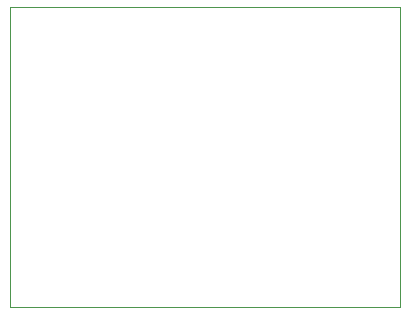
<source format=gbr>
%TF.GenerationSoftware,KiCad,Pcbnew,(5.1.9)-1*%
%TF.CreationDate,2021-04-10T11:30:51-04:00*%
%TF.ProjectId,PowerStripper,506f7765-7253-4747-9269-707065722e6b,v01*%
%TF.SameCoordinates,Original*%
%TF.FileFunction,Profile,NP*%
%FSLAX46Y46*%
G04 Gerber Fmt 4.6, Leading zero omitted, Abs format (unit mm)*
G04 Created by KiCad (PCBNEW (5.1.9)-1) date 2021-04-10 11:30:51*
%MOMM*%
%LPD*%
G01*
G04 APERTURE LIST*
%TA.AperFunction,Profile*%
%ADD10C,0.050000*%
%TD*%
G04 APERTURE END LIST*
D10*
X109220000Y-96520000D02*
X142240000Y-96520000D01*
X109220000Y-121920000D02*
X109220000Y-96520000D01*
X142240000Y-121920000D02*
X109220000Y-121920000D01*
X142240000Y-96520000D02*
X142240000Y-121920000D01*
M02*

</source>
